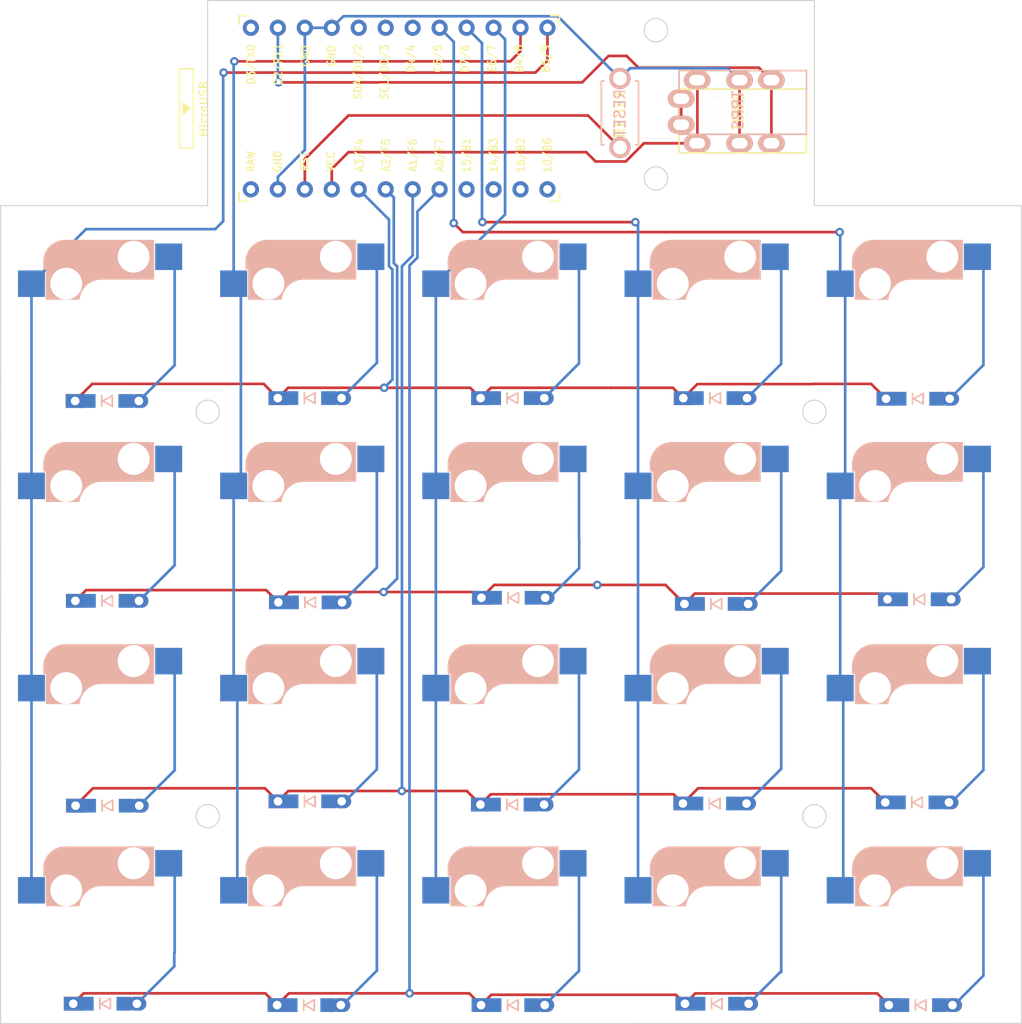
<source format=kicad_pcb>
(kicad_pcb (version 20221018) (generator pcbnew)
  (layers (0 "F.Cu" signal) (31 "B.Cu" signal) (34 "B.Paste" user) (35 "F.Paste" user) (36 "B.SilkS" user "B.Silkscreen") (37 "F.SilkS" user "F.Silkscreen") (38 "B.Mask" user) (39 "F.Mask" user) (44 "Edge.Cuts" user))
  (net 0 "")
  (net 1 "row0")
  (net 2 "Net-(D1-A)")
  (net 3 "Net-(D2-A)")
  (net 4 "Net-(D3-A)")
  (net 5 "Net-(D4-A)")
  (net 6 "Net-(D5-A)")
  (net 7 "row1")
  (net 8 "Net-(D6-A)")
  (net 9 "Net-(D7-A)")
  (net 10 "Net-(D8-A)")
  (net 11 "Net-(D9-A)")
  (net 12 "Net-(D10-A)")
  (net 13 "row2")
  (net 14 "Net-(D11-A)")
  (net 15 "row3")
  (net 16 "Net-(D12-A)")
  (net 17 "Net-(D13-A)")
  (net 18 "Net-(D14-A)")
  (net 19 "Net-(D15-A)")
  (net 20 "Net-(D16-A)")
  (net 21 "Net-(D17-A)")
  (net 22 "Net-(D18-A)")
  (net 23 "Net-(D19-A)")
  (net 24 "Net-(D20-A)")
  (net 25 "col0")
  (net 26 "col1")
  (net 27 "col2")
  (net 28 "col3")
  (net 29 "col4")
  (net 30 "reset")
  (net 31 "GND")
  (net 33 "data")
  (net 41 "VCC")
  (net 43 "unconnected-(J1-PadA)")
  (footprint "kbd:CherryMX_Hotswap" (layer "F.Cu") (at 76.2 38.1)
    (fp_text reference "SW15" hide)
    (fp_text value "SW_PUSH" hide)
  )
  (footprint "kbd:CherryMX_Hotswap" (layer "F.Cu") (at 0 0)
    (fp_text reference "SW1" hide)
    (fp_text value "SW_PUSH" hide)
  )
  (footprint "kbd:ProMicro_v3" (layer "F.Cu") (at 28.068 -19.0414 90)
    (fp_text reference "U1" hide)
    (fp_text value "ProMicro" hide)
  )
  (footprint "kbd:CherryMX_Hotswap" (layer "F.Cu") (at 57.15 38.1)
    (fp_text reference "SW14" hide)
    (fp_text value "SW_PUSH" hide)
  )
  (footprint "kbd:CherryMX_Hotswap" (layer "F.Cu") (at 19.05 0)
    (fp_text reference "SW2" hide)
    (fp_text value "SW_PUSH" hide)
  )
  (footprint "kbd:CherryMX_Hotswap" (layer "F.Cu") (at 19.05 57.15)
    (fp_text reference "SW17" hide)
    (fp_text value "SW_PUSH" hide)
  )
  (footprint "kbd:CherryMX_Hotswap" (layer "F.Cu") (at 76.2 0)
    (fp_text reference "SW5" hide)
    (fp_text value "SW_PUSH" hide)
  )
  (footprint "kbd:CherryMX_Hotswap" (layer "F.Cu") (at 19.05 19.05)
    (fp_text reference "SW7" hide)
    (fp_text value "SW_PUSH" hide)
  )
  (footprint "kbd:CherryMX_Hotswap" (layer "F.Cu") (at 76.2 57.15)
    (fp_text reference "SW20" hide)
    (fp_text value "SW_PUSH" hide)
  )
  (footprint "kbd:CherryMX_Hotswap" (layer "F.Cu") (at 38.1 19.05)
    (fp_text reference "SW8" hide)
    (fp_text value "SW_PUSH" hide)
  )
  (footprint "kbd:CherryMX_Hotswap" (layer "F.Cu") (at 76.2 19.05)
    (fp_text reference "SW10" hide)
    (fp_text value "SW_PUSH" hide)
  )
  (footprint "kbd:CherryMX_Hotswap" (layer "F.Cu") (at 38.1 0)
    (fp_text reference "SW3" hide)
    (fp_text value "SW_PUSH" hide)
  )
  (footprint "kbd:CherryMX_Hotswap" (layer "F.Cu") (at 0 57.15)
    (fp_text reference "SW16" hide)
    (fp_text value "SW_PUSH" hide)
  )
  (footprint "kbd:CherryMX_Hotswap" (layer "F.Cu") (at 38.1 57.15)
    (fp_text reference "SW18" hide)
    (fp_text value "SW_PUSH" hide)
  )
  (footprint "kbd:CherryMX_Hotswap" (layer "F.Cu") (at 19.05 38.1)
    (fp_text reference "SW12" hide)
    (fp_text value "SW_PUSH" hide)
  )
  (footprint "kbd:CherryMX_Hotswap" (layer "F.Cu") (at 57.15 19.05)
    (fp_text reference "SW9" hide)
    (fp_text value "SW_PUSH" hide)
  )
  (footprint "kbd:CherryMX_Hotswap" (layer "F.Cu") (at 0 38.1)
    (fp_text reference "SW11" hide)
    (fp_text value "SW_PUSH" hide)
  )
  (footprint "kbd:CherryMX_Hotswap" (layer "F.Cu") (at 0 19.05)
    (fp_text reference "SW6" hide)
    (fp_text value "SW_PUSH" hide)
  )
  (footprint "kbd:CherryMX_Hotswap" (layer "F.Cu") (at 57.15 0)
    (fp_text reference "SW4" hide)
    (fp_text value "SW_PUSH" hide)
  )
  (footprint "kbd:CherryMX_Hotswap" (layer "F.Cu") (at 38.1 38.1)
    (fp_text reference "SW13" hide)
    (fp_text value "SW_PUSH" hide)
  )
  (footprint "kbd:CherryMX_Hotswap" (layer "F.Cu") (at 57.15 57.15)
    (fp_text reference "SW19" hide)
    (fp_text value "SW_PUSH" hide)
  )
  (footprint "kbd:MJ-4PP-9" (layer "B.Cu") (at 65.93 -19.62 90)
    (fp_text reference "J1")
    (fp_text value "MJ-4PP-9" hide)
  )
  (footprint "kbd:D3_TH_SMD_v2" (layer "B.Cu") (at 76.36 46.3325)
    (fp_text reference "D15" hide)
    (fp_text value "D" hide)
  )
  (footprint "kbd:D3_TH_SMD_v2" (layer "B.Cu") (at 0.07 46.64)
    (fp_text reference "D11" hide)
    (fp_text value "D" hide)
  )
  (footprint "kbd:D3_TH_SMD_v2" (layer "B.Cu") (at 57.33 8.24)
    (fp_text reference "D4" hide)
    (fp_text value "D" hide)
  )
  (footprint "kbd:D3_TH_SMD_v2" (layer "B.Cu") (at 0.05 27.34)
    (fp_text reference "D6" hide)
    (fp_text value "D" hide)
  )
  (footprint "kbd:D3_TH_SMD_v2" (layer "B.Cu") (at 57.44 27.63)
    (fp_text reference "D9" hide)
    (fp_text value "D" hide)
  )
  (footprint "kbd:D3_TH_SMD_v2" (layer "B.Cu") (at 38.31 27.05)
    (fp_text reference "D8" hide)
    (fp_text value "D" hide)
  )
  (footprint "kbd:D3_TH_SMD_v2" (layer "B.Cu") (at 76.695 65.43)
    (fp_text reference "D20" hide)
    (fp_text value "D" hide)
  )
  (footprint "kbd:D3_TH_SMD_v2" (layer "B.Cu") (at 19.06125 65.43)
    (fp_text reference "D17" hide)
    (fp_text value "D" hide)
  )
  (footprint "kbd:D3_TH_SMD_v2" (layer "B.Cu") (at 19.1425 46.23)
    (fp_text reference "D12" hide)
    (fp_text value "D" hide)
  )
  (footprint "kbd:D3_TH_SMD_v2" (layer "B.Cu") (at 76.57 27.195)
    (fp_text reference "D10" hide)
    (fp_text value "D" hide)
  )
  (footprint "kbd:D3_TH_SMD_v2" (layer "B.Cu") (at 76.43 8.3)
    (fp_text reference "D5" hide)
    (fp_text value "D" hide)
  )
  (footprint "kbd:D3_TH_SMD_v2" (layer "B.Cu") (at 38.215 46.5375)
    (fp_text reference "D13" hide)
    (fp_text value "D" hide)
  )
  (footprint "kbd:D3_TH_SMD_v2" (layer "B.Cu") (at 0.03 8.51)
    (fp_text reference "D1" hide)
    (fp_text value "D" hide)
  )
  (footprint "kbd:D3_TH_SMD_v2" (layer "B.Cu") (at 57.2875 46.435)
    (fp_text reference "D14" hide)
    (fp_text value "D" hide)
  )
  (footprint "kbd:D3_TH_SMD_v2" (layer "B.Cu") (at 19.18 27.485)
    (fp_text reference "D7" hide)
    (fp_text value "D" hide)
  )
  (footprint "kbd:ResetSW" (layer "B.Cu") (at 48.36 -18.63 -90)
    (fp_text reference "SW21" hide)
    (fp_text value "SW_PUSH")
  )
  (footprint "kbd:D3_TH_SMD_v2" (layer "B.Cu") (at 38.23 8.24)
    (fp_text reference "D3" hide)
    (fp_text value "D" hide)
  )
  (footprint "kbd:D3_TH_SMD_v2" (layer "B.Cu") (at 57.48375 65.3)
    (fp_text reference "D19" hide)
    (fp_text value "D" hide)
  )
  (footprint "kbd:D3_TH_SMD_v2" (layer "B.Cu") (at 38.2725 65.43)
    (fp_text reference "D18" hide)
    (fp_text value "D" hide)
  )
  (footprint "kbd:D3_TH_SMD_v2" (layer "B.Cu") (at -0.15 65.3)
    (fp_text reference "D16" hide)
    (fp_text value "D" hide)
  )
  (footprint "kbd:D3_TH_SMD_v2" (layer "B.Cu") (at 19.13 8.24)
    (fp_text reference "D2" hide)
    (fp_text value "D" hide)
  )
  (gr_circle (center 51.75 -12.46) (end 50.65 -12.46) (stroke (width 0.1)) (fill none) (layer "Edge.Cuts"))
  (gr_circle (center 9.52 9.53) (end 10.62 9.53) (stroke (width 0.1)) (fill none) (layer "Edge.Cuts"))
  (gr_line (start 86.2 -9.89) (end 86.2 67.15) (stroke (width 0.1)) (layer "Edge.Cuts"))
  (gr_line (start 9.51 -29.22) (end 9.51 -9.89) (stroke (width 0.1)) (layer "Edge.Cuts"))
  (gr_circle (center 9.52 47.63) (end 10.62 47.63) (stroke (width 0.1)) (fill none) (layer "Edge.Cuts"))
  (gr_line (start 9.51 -29.22) (end 66.68 -29.22) (stroke (width 0.1)) (layer "Edge.Cuts"))
  (gr_circle (center 51.75 -26.42) (end 50.65 -26.42) (stroke (width 0.1)) (fill none) (layer "Edge.Cuts"))
  (gr_line (start 66.68 -9.89) (end 66.68 -29.22) (stroke (width 0.1)) (layer "Edge.Cuts"))
  (gr_line (start 9.51 -9.89) (end -9.99 -9.89) (stroke (width 0.1)) (layer "Edge.Cuts"))
  (gr_line (start 86.2 67.15) (end -10 67.17) (stroke (width 0.1)) (layer "Edge.Cuts"))
  (gr_circle (center 66.68 47.63) (end 67.78 47.63) (stroke (width 0.1)) (fill none) (layer "Edge.Cuts"))
  (gr_line (start 86.2 -9.89) (end 66.68 -9.89) (stroke (width 0.1)) (layer "Edge.Cuts"))
  (gr_circle (center 66.68 9.53) (end 67.78 9.53) (stroke (width 0.1)) (fill none) (layer "Edge.Cuts"))
  (gr_line (start -10 67.17) (end -9.99 -9.89) (stroke (width 0.1)) (layer "Edge.Cuts"))
  (segment (start 47.53 7.265) (end 53.355 7.265) (width 0.25) (layer "F.Cu") (net 1))
  (segment (start 14.787273 6.897273) (end 16.13 8.24) (width 0.25) (layer "F.Cu") (net 1))
  (segment (start 55.651968 6.918032) (end 66.35003 6.918032) (width 0.25) (layer "F.Cu") (net 1))
  (segment (start 36.205 7.265) (end 47.53 7.265) (width 0.25) (layer "F.Cu") (net 1))
  (segment (start 34.255 7.265) (end 35.23 8.24) (width 0.25) (layer "F.Cu") (net 1))
  (segment (start 66.35003 6.918032) (end 66.68 6.897273) (width 0.25) (layer "F.Cu") (net 1))
  (segment (start 53.355 7.265) (end 54.33 8.24) (width 0.25) (layer "F.Cu") (net 1))
  (segment (start 72.027273 6.897273) (end 73.43 8.3) (width 0.25) (layer "F.Cu") (net 1))
  (segment (start 54.33 8.24) (end 55.651968 6.918032) (width 0.25) (layer "F.Cu") (net 1))
  (segment (start -1.357273 6.897273) (end 14.787273 6.897273) (width 0.25) (layer "F.Cu") (net 1))
  (segment (start -2.97 8.51) (end -1.357273 6.897273) (width 0.25) (layer "F.Cu") (net 1))
  (segment (start 47.56 7.235) (end 47.53 7.265) (width 0.25) (layer "F.Cu") (net 1))
  (segment (start 17.105 7.265) (end 26.15 7.265) (width 0.25) (layer "F.Cu") (net 1))
  (segment (start 26.15 7.265) (end 34.255 7.265) (width 0.25) (layer "F.Cu") (net 1))
  (segment (start 66.68 6.897273) (end 72.027273 6.897273) (width 0.25) (layer "F.Cu") (net 1))
  (segment (start 35.23 8.24) (end 36.205 7.265) (width 0.25) (layer "F.Cu") (net 1))
  (segment (start 16.13 8.24) (end 17.105 7.265) (width 0.25) (layer "F.Cu") (net 1))
  (via (at 26.15 7.265) (size 0.8) (drill 0.4) (layers "F.Cu" "B.Cu") (net 1))
  (segment (start 26.92 6.495) (end 26.92 -3.871999) (width 0.25) (layer "B.Cu") (net 1))
  (segment (start 26.601999 -4.19) (end 26.601999 -8.580801) (width 0.25) (layer "B.Cu") (net 1))
  (segment (start 26.92 -3.871999) (end 26.601999 -4.19) (width 0.25) (layer "B.Cu") (net 1))
  (segment (start 26.15 7.265) (end 26.92 6.495) (width 0.25) (layer "B.Cu") (net 1))
  (segment (start 26.601999 -8.580801) (end 23.75 -11.4328) (width 0.25) (layer "B.Cu") (net 1))
  (segment (start 5.842 -5.08) (end 6.405 -4.517) (width 0.25) (layer "B.Cu") (net 2))
  (segment (start 6.405 -4.517) (end 6.405 5.135) (width 0.25) (layer "B.Cu") (net 2))
  (segment (start 6.405 5.135) (end 3.03 8.51) (width 0.25) (layer "B.Cu") (net 2))
  (segment (start 25.455 4.915) (end 22.13 8.24) (width 0.25) (layer "B.Cu") (net 3))
  (segment (start 24.892 -5.08) (end 25.455 -4.517) (width 0.25) (layer "B.Cu") (net 3))
  (segment (start 25.455 -4.517) (end 25.455 4.915) (width 0.25) (layer "B.Cu") (net 3))
  (segment (start 43.942 -5.08) (end 44.505 -4.517) (width 0.25) (layer "B.Cu") (net 4))
  (segment (start 44.505 -4.517) (end 44.505 4.965) (width 0.25) (layer "B.Cu") (net 4))
  (segment (start 44.505 4.965) (end 41.23 8.24) (width 0.25) (layer "B.Cu") (net 4))
  (segment (start 63.555 5.015) (end 60.33 8.24) (width 0.25) (layer "B.Cu") (net 5))
  (segment (start 63.555 -4.517) (end 63.555 5.015) (width 0.25) (layer "B.Cu") (net 5))
  (segment (start 62.992 -5.08) (end 63.555 -4.517) (width 0.25) (layer "B.Cu") (net 5))
  (segment (start 82.042 -5.08) (end 82.605 -4.517) (width 0.25) (layer "B.Cu") (net 6))
  (segment (start 82.605 -4.517) (end 82.605 5.125) (width 0.25) (layer "B.Cu") (net 6))
  (segment (start 82.605 5.125) (end 79.43 8.3) (width 0.25) (layer "B.Cu") (net 6))
  (segment (start 54.44 27.63) (end 52.65 25.84) (width 0.25) (layer "F.Cu") (net 7))
  (segment (start 16.18 27.485) (end 15.025 26.33) (width 0.25) (layer "F.Cu") (net 7))
  (segment (start 46.22 25.84) (end 36.52 25.84) (width 0.25) (layer "F.Cu") (net 7))
  (segment (start 35.31 27.05) (end 34.77 26.51) (width 0.25) (layer "F.Cu") (net 7))
  (segment (start 36.52 25.84) (end 35.31 27.05) (width 0.25) (layer "F.Cu") (net 7))
  (segment (start 26.1 26.51) (end 17.155 26.51) (width 0.25) (layer "F.Cu") (net 7))
  (segment (start 55.415 26.655) (end 54.44 27.63) (width 0.25) (layer "F.Cu") (net 7))
  (segment (start 52.65 25.84) (end 46.22 25.84) (width 0.25) (layer "F.Cu") (net 7))
  (segment (start 34.77 26.51) (end 26.1 26.51) (width 0.25) (layer "F.Cu") (net 7))
  (segment (start 73.03 26.655) (end 55.415 26.655) (width 0.25) (layer "F.Cu") (net 7))
  (segment (start 15.025 26.33) (end -1.94 26.33) (width 0.25) (layer "F.Cu") (net 7))
  (segment (start -1.94 26.33) (end -2.95 27.34) (width 0.25) (layer "F.Cu") (net 7))
  (segment (start 73.57 27.195) (end 73.03 26.655) (width 0.25) (layer "F.Cu") (net 7))
  (segment (start 17.155 26.51) (end 16.18 27.485) (width 0.25) (layer "F.Cu") (net 7))
  (via (at 26.1 26.51) (size 0.8) (drill 0.4) (layers "F.Cu" "B.Cu") (net 7))
  (via (at 46.22 25.84) (size 0.8) (drill 0.4) (layers "F.Cu" "B.Cu") (net 7))
  (segment (start 27.37 25.24) (end 27.37 -4.161999) (width 0.25) (layer "B.Cu") (net 7))
  (segment (start 27.051999 -10.670801) (end 26.29 -11.4328) (width 0.25) (layer "B.Cu") (net 7))
  (segment (start 26.1 26.51) (end 27.37 25.24) (width 0.25) (layer "B.Cu") (net 7))
  (segment (start 27.051999 -4.48) (end 27.051999 -10.670801) (width 0.25) (layer "B.Cu") (net 7))
  (segment (start 27.37 -4.161999) (end 27.051999 -4.48) (width 0.25) (layer "B.Cu") (net 7))
  (segment (start 6.405 14.533) (end 6.405 23.985) (width 0.25) (layer "B.Cu") (net 8))
  (segment (start 6.405 23.985) (end 3.05 27.34) (width 0.25) (layer "B.Cu") (net 8))
  (segment (start 5.842 13.97) (end 6.405 14.533) (width 0.25) (layer "B.Cu") (net 8))
  (segment (start 22.18 27.485) (end 25.455 24.21) (width 0.25) (layer "B.Cu") (net 9))
  (segment (start 25.455 14.533) (end 24.892 13.97) (width 0.25) (layer "B.Cu") (net 9))
  (segment (start 25.455 24.21) (end 25.455 14.533) (width 0.25) (layer "B.Cu") (net 9))
  (segment (start 44.52 21.59) (end 44.52 24.26) (width 0.25) (layer "B.Cu") (net 10))
  (segment (start 44.505 21.575) (end 44.52 21.59) (width 0.25) (layer "B.Cu") (net 10))
  (segment (start 44.505 14.533) (end 44.505 21.575) (width 0.25) (layer "B.Cu") (net 10))
  (segment (start 41.73 27.05) (end 41.31 27.05) (width 0.25) (layer "B.Cu") (net 10))
  (segment (start 43.942 13.97) (end 44.505 14.533) (width 0.25) (layer "B.Cu") (net 10))
  (segment (start 44.52 24.26) (end 41.73 27.05) (width 0.25) (layer "B.Cu") (net 10))
  (segment (start 63.555 24.515) (end 60.44 27.63) (width 0.25) (layer "B.Cu") (net 11))
  (segment (start 62.992 13.97) (end 63.555 14.533) (width 0.25) (layer "B.Cu") (net 11))
  (segment (start 63.555 14.533) (end 63.555 24.515) (width 0.25) (layer "B.Cu") (net 11))
  (segment (start 82.605 14.533) (end 82.605 24.16) (width 0.25) (layer "B.Cu") (net 12))
  (segment (start 82.042 13.97) (end 82.605 14.533) (width 0.25) (layer "B.Cu") (net 12))
  (segment (start 82.605 24.16) (end 79.57 27.195) (width 0.25) (layer "B.Cu") (net 12))
  (segment (start 35.215 46.5375) (end 36.19 45.5625) (width 0.25) (layer "F.Cu") (net 13))
  (segment (start 27.81 45.255) (end 28.98 45.255) (width 0.25) (layer "F.Cu") (net 13))
  (segment (start 55.725227 44.997273) (end 72.024773 44.997273) (width 0.25) (layer "F.Cu") (net 13))
  (segment (start 54.2875 46.435) (end 55.725227 44.997273) (width 0.25) (layer "F.Cu") (net 13))
  (segment (start 33.9325 45.255) (end 35.215 46.5375) (width 0.25) (layer "F.Cu") (net 13))
  (segment (start 72.024773 44.997273) (end 73.36 46.3325) (width 0.25) (layer "F.Cu") (net 13))
  (segment (start 17.1175 45.255) (end 27.81 45.255) (width 0.25) (layer "F.Cu") (net 13))
  (segment (start 28.98 45.255) (end 33.9325 45.255) (width 0.25) (layer "F.Cu") (net 13))
  (segment (start 53.415 45.5625) (end 54.2875 46.435) (width 0.25) (layer "F.Cu") (net 13))
  (segment (start -1.287273 44.997273) (end 14.909773 44.997273) (width 0.25) (layer "F.Cu") (net 13))
  (segment (start 36.19 45.5625) (end 53.415 45.5625) (width 0.25) (layer "F.Cu") (net 13))
  (segment (start -2.93 46.64) (end -1.287273 44.997273) (width 0.25) (layer "F.Cu") (net 13))
  (segment (start 16.1425 46.23) (end 17.1175 45.255) (width 0.25) (layer "F.Cu") (net 13))
  (segment (start 14.909773 44.997273) (end 16.1425 46.23) (width 0.25) (layer "F.Cu") (net 13))
  (via (at 27.81 45.255) (size 0.8) (drill 0.4) (layers "F.Cu" "B.Cu") (net 13))
  (segment (start 28.83 -11.4328) (end 28.83 -5.19) (width 0.25) (layer "B.Cu") (net 13))
  (segment (start 28.97 -11.2928) (end 28.83 -11.4328) (width 0.25) (layer "B.Cu") (net 13))
  (segment (start 27.82 -4.18) (end 27.82 45.245) (width 0.25) (layer "B.Cu") (net 13))
  (segment (start 27.82 45.245) (end 27.81 45.255) (width 0.25) (layer "B.Cu") (net 13))
  (segment (start 28.83 -5.19) (end 27.82 -4.18) (width 0.25) (layer "B.Cu") (net 13))
  (segment (start 6.405 43.305) (end 6.405 33.583) (width 0.25) (layer "B.Cu") (net 14))
  (segment (start 6.405 33.583) (end 5.842 33.02) (width 0.25) (layer "B.Cu") (net 14))
  (segment (start 3.07 46.64) (end 6.405 43.305) (width 0.25) (layer "B.Cu") (net 14))
  (segment (start 34.1625 64.32) (end 28.54 64.32) (width 0.25) (layer "F.Cu") (net 15))
  (segment (start 27.81 64.32) (end 17.17125 64.32) (width 0.25) (layer "F.Cu") (net 15))
  (segment (start 54.48375 65.3) (end 55.45875 64.325) (width 0.25) (layer "F.Cu") (net 15))
  (segment (start 72.59 64.325) (end 73.695 65.43) (width 0.25) (layer "F.Cu") (net 15))
  (segment (start 55.45875 64.325) (end 72.59 64.325) (width 0.25) (layer "F.Cu") (net 15))
  (segment (start 36.2475 64.455) (end 35.2725 65.43) (width 0.25) (layer "F.Cu") (net 15))
  (segment (start 16.06125 65.43) (end 14.95125 64.32) (width 0.25) (layer "F.Cu") (net 15))
  (segment (start 28.54 64.32) (end 27.81 64.32) (width 0.25) (layer "F.Cu") (net 15))
  (segment (start 35.2725 65.43) (end 34.1625 64.32) (width 0.25) (layer "F.Cu") (net 15))
  (segment (start 54.48375 65.3) (end 53.63875 64.455) (width 0.25) (layer "F.Cu") (net 15))
  (segment (start 53.63875 64.455) (end 36.2475 64.455) (width 0.25) (layer "F.Cu") (net 15))
  (segment (start 17.17125 64.32) (end 16.06125 65.43) (width 0.25) (layer "F.Cu") (net 15))
  (segment (start -2.17 64.32) (end -3.15 65.3) (width 0.25) (layer "F.Cu") (net 15))
  (segment (start 14.95125 64.32) (end -2.17 64.32) (width 0.25) (layer "F.Cu") (net 15))
  (via (at 28.54 64.32) (size 0.8) (drill 0.4) (layers "F.Cu" "B.Cu") (net 15))
  (segment (start 29.28 -5.003604) (end 29.28 -9.3428) (width 0.25) (layer "B.Cu") (net 15))
  (segment (start 28.535 64.315) (end 28.535 -4.258604) (width 0.25) (layer "B.Cu") (net 15))
  (segment (start 28.54 64.32) (end 28.535 64.315) (width 0.25) (layer "B.Cu") (net 15))
  (segment (start 29.28 -9.3428) (end 31.37 -11.4328) (width 0.25) (layer "B.Cu") (net 15))
  (segment (start 28.535 -4.258604) (end 29.28 -5.003604) (width 0.25) (layer "B.Cu") (net 15))
  (segment (start 22.45 46.23) (end 22.1425 46.23) (width 0.25) (layer "B.Cu") (net 16))
  (segment (start 24.892 33.02) (end 25.455 33.583) (width 0.25) (layer "B.Cu") (net 16))
  (segment (start 25.455 43.225) (end 22.45 46.23) (width 0.25) (layer "B.Cu") (net 16))
  (segment (start 25.455 33.583) (end 25.455 43.225) (width 0.25) (layer "B.Cu") (net 16))
  (segment (start 44.505 43.2475) (end 41.215 46.5375) (width 0.25) (layer "B.Cu") (net 17))
  (segment (start 44.505 33.583) (end 44.505 43.2475) (width 0.25) (layer "B.Cu") (net 17))
  (segment (start 43.942 33.02) (end 44.505 33.583) (width 0.25) (layer "B.Cu") (net 17))
  (segment (start 63.555 33.583) (end 63.555 43.1675) (width 0.25) (layer "B.Cu") (net 18))
  (segment (start 62.992 33.02) (end 63.555 33.583) (width 0.25) (layer "B.Cu") (net 18))
  (segment (start 63.555 43.1675) (end 60.2875 46.435) (width 0.25) (layer "B.Cu") (net 18))
  (segment (start 79.5675 46.3325) (end 79.36 46.3325) (width 0.25) (layer "B.Cu") (net 19))
  (segment (start 82.042 33.02) (end 82.605 33.583) (width 0.25) (layer "B.Cu") (net 19))
  (segment (start 82.605 33.583) (end 82.605 43.295) (width 0.25) (layer "B.Cu") (net 19))
  (segment (start 82.605 43.295) (end 79.5675 46.3325) (width 0.25) (layer "B.Cu") (net 19))
  (segment (start 6.37 61.78) (end 6.37 60.52) (width 0.25) (layer "B.Cu") (net 20))
  (segment (start 2.85 65.3) (end 6.37 61.78) (width 0.25) (layer "B.Cu") (net 20))
  (segment (start 6.37 60.52) (end 6.405 60.485) (width 0.25) (layer "B.Cu") (net 20))
  (segment (start 6.405 52.633) (end 5.842 52.07) (width 0.25) (layer "B.Cu") (net 20))
  (segment (start 6.405 60.485) (end 6.405 52.633) (width 0.25) (layer "B.Cu") (net 20))
  (segment (start 25.455 62.185) (end 22.21 65.43) (width 0.25) (layer "B.Cu") (net 21))
  (segment (start 24.892 52.07) (end 25.455 52.633) (width 0.25) (layer "B.Cu") (net 21))
  (segment (start 22.21 65.43) (end 22.06125 65.43) (width 0.25) (layer "B.Cu") (net 21))
  (segment (start 25.455 52.633) (end 25.455 62.185) (width 0.25) (layer "B.Cu") (net 21))
  (segment (start 44.505 62.1975) (end 44.505 52.633) (width 0.25) (layer "B.Cu") (net 22))
  (segment (start 44.505 52.633) (end 43.942 52.07) (width 0.25) (layer "B.Cu") (net 22))
  (segment (start 41.2725 65.43) (end 44.505 62.1975) (width 0.25) (layer "B.Cu") (net 22))
  (segment (start 63.555 52.633) (end 63.555 62.315) (width 0.25) (layer "B.Cu") (net 23))
  (segment (start 62.992 52.07) (end 63.555 52.633) (width 0.25) (layer "B.Cu") (net 23))
  (segment (start 63.555 62.315) (end 63.46875 62.315) (width 0.25) (layer "B.Cu") (net 23))
  (segment (start 63.46875 62.315) (end 60.48375 65.3) (width 0.25) (layer "B.Cu") (net 23))
  (segment (start 82.605 52.633) (end 82.605 62.655) (width 0.25) (layer "B.Cu") (net 24))
  (segment (start 82.042 52.07) (end 82.605 52.633) (width 0.25) (layer "B.Cu") (net 24))
  (segment (start 82.605 62.655) (end 79.83 65.43) (width 0.25) (layer "B.Cu") (net 24))
  (segment (start 79.83 65.43) (end 79.695 65.43) (width 0.25) (layer "B.Cu") (net 24))
  (segment (start 40.39 -22.43) (end 41.53 -23.57) (width 0.25) (layer "F.Cu") (net 25))
  (segment (start 41.53 -23.57) (end 41.53 -26.6528) (width 0.25) (layer "F.Cu") (net 25))
  (segment (start 11.02 -22.43) (end 40.39 -22.43) (width 0.25) (layer "F.Cu") (net 25))
  (via (at 11.02 -22.43) (size 0.8) (drill 0.4) (layers "F.Cu" "B.Cu") (net 25))
  (segment (start 10.23 -7.68) (end -1.945 -7.68) (width 0.25) (layer "B.Cu") (net 25))
  (segment (start 10.98 -8.43) (end 10.98 -22.39) (width 0.25) (layer "B.Cu") (net 25))
  (segment (start -1.945 -7.68) (end -7.085 -2.54) (width 0.25) (layer "B.Cu") (net 25))
  (segment (start 10.98 -22.39) (end 11.02 -22.43) (width 0.25) (layer "B.Cu") (net 25))
  (segment (start 10.98 -8.43) (end 10.23 -7.68) (width 0.25) (layer "B.Cu") (net 25))
  (segment (start -7.085 35.56) (end -7.085 54.61) (width 0.25) (layer "B.Cu") (net 25))
  (segment (start -7.085 16.51) (end -7.085 35.56) (width 0.25) (layer "B.Cu") (net 25))
  (segment (start -7.085 -2.54) (end -7.085 16.51) (width 0.25) (layer "B.Cu") (net 25))
  (segment (start 38.99 -24.45) (end 38.99 -26.6528) (width 0.25) (layer "F.Cu") (net 26))
  (segment (start 38.03 -23.49) (end 38.99 -24.45) (width 0.25) (layer "F.Cu") (net 26))
  (segment (start 12.03 -23.49) (end 38.03 -23.49) (width 0.25) (layer "F.Cu") (net 26))
  (via (at 12.03 -23.49) (size 0.8) (drill 0.4) (layers "F.Cu" "B.Cu") (net 26))
  (segment (start 12.645 15.83) (end 12.645 -1.86) (width 0.25) (layer "B.Cu") (net 26))
  (segment (start 12.31 35.905) (end 11.965 35.56) (width 0.25) (layer "B.Cu") (net 26))
  (segment (start 11.965 54.61) (end 12.31 54.265) (width 0.25) (layer "B.Cu") (net 26))
  (segment (start 11.965 35.56) (end 11.965 16.51) (width 0.25) (layer "B.Cu") (net 26))
  (segment (start 12.31 54.265) (end 12.31 35.905) (width 0.25) (layer "B.Cu") (net 26))
  (segment (start 11.965 -2.54) (end 11.965 -23.425) (width 0.25) (layer "B.Cu") (net 26))
  (segment (start 12.645 -1.86) (end 11.965 -2.54) (width 0.25) (layer "B.Cu") (net 26))
  (segment (start 11.965 16.51) (end 12.645 15.83) (width 0.25) (layer "B.Cu") (net 26))
  (segment (start 11.965 -23.425) (end 12.03 -23.49) (width 0.25) (layer "B.Cu") (net 26))
  (segment (start 31.015 16.51) (end 31.015 35.56) (width 0.25) (layer "B.Cu") (net 27))
  (segment (start 31.015 -2.54) (end 31.015 16.51) (width 0.25) (layer "B.Cu") (net 27))
  (segment (start 31.015 54.61) (end 31.015 35.56) (width 0.25) (layer "B.Cu") (net 27))
  (segment (start 37.537 -9.062) (end 37.537 -25.5658) (width 0.25) (layer "B.Cu") (net 27))
  (segment (start 31.015 -2.705) (end 31.015 -2.54) (width 0.25) (layer "B.Cu") (net 27))
  (segment (start 37.537 -25.5658) (end 36.45 -26.6528) (width 0.25) (layer "B.Cu") (net 27))
  (segment (start 31.015 -2.54) (end 37.537 -9.062) (width 0.25) (layer "B.Cu") (net 27))
  (segment (start 35.4 -8.34) (end 49.81 -8.34) (width 0.25) (layer "F.Cu") (net 28))
  (via (at 35.4 -8.34) (size 0.8) (drill 0.4) (layers "F.Cu" "B.Cu") (net 28))
  (via (at 49.81 -8.34) (size 0.8) (drill 0.4) (layers "F.Cu" "B.Cu") (net 28))
  (segment (start 35.363 -25.1998) (end 35.363 -8.377) (width 0.25) (layer "B.Cu") (net 28))
  (segment (start 50.065 35.56) (end 50.065 16.51) (width 0.25) (layer "B.Cu") (net 28))
  (segment (start 50.065 54.61) (end 50.065 35.56) (width 0.25) (layer "B.Cu") (net 28))
  (segment (start 50.065 -8.085) (end 50.065 -2.54) (width 0.25) (layer "B.Cu") (net 28))
  (segment (start 35.363 -8.377) (end 35.4 -8.34) (width 0.25) (layer "B.Cu") (net 28))
  (segment (start 33.91 -26.6528) (end 35.363 -25.1998) (width 0.25) (layer "B.Cu") (net 28))
  (segment (start 49.81 -8.34) (end 50.065 -8.085) (width 0.25) (layer "B.Cu") (net 28))
  (segment (start 50.065 16.51) (end 50.065 -2.54) (width 0.25) (layer "B.Cu") (net 28))
  (segment (start 33.55 -7.4) (end 32.7 -8.25) (width 0.25) (layer "F.Cu") (net 29))
  (segment (start 69.06 -7.4) (end 33.55 -7.4) (width 0.25) (layer "F.Cu") (net 29))
  (via (at 69.06 -7.4) (size 0.8) (drill 0.4) (layers "F.Cu" "B.Cu") (net 29))
  (via (at 32.7 -8.25) (size 0.8) (drill 0.4) (layers "F.Cu" "B.Cu") (net 29))
  (segment (start 69.115 35.56) (end 69.4 35.845) (width 0.25) (layer "B.Cu") (net 29))
  (segment (start 32.7 -25.3228) (end 31.37 -26.6528) (width 0.25) (layer "B.Cu") (net 29))
  (segment (start 69.115 -7.345) (end 69.06 -7.4) (width 0.25) (layer "B.Cu") (net 29))
  (segment (start 69.58 16.045) (end 69.115 16.51) (width 0.25) (layer "B.Cu") (net 29))
  (segment (start 69.4 35.845) (end 69.4 54.325) (width 0.25) (layer "B.Cu") (net 29))
  (segment (start 69.115 -2.54) (end 69.115 -7.345) (width 0.25) (layer "B.Cu") (net 29))
  (segment (start 69.115 16.51) (end 69.115 35.56) (width 0.25) (layer "B.Cu") (net 29))
  (segment (start 32.7 -8.25) (end 32.7 -25.3228) (width 0.25) (layer "B.Cu") (net 29))
  (segment (start 69.115 -2.54) (end 69.58 -2.075) (width 0.25) (layer "B.Cu") (net 29))
  (segment (start 69.4 54.325) (end 69.115 54.61) (width 0.25) (layer "B.Cu") (net 29))
  (segment (start 69.58 -2.075) (end 69.58 16.045) (width 0.25) (layer "B.Cu") (net 29))
  (segment (start 18.67 -11.4328) (end 18.67 -14.28) (width 0.25) (layer "F.Cu") (net 30))
  (segment (start 45.35 -18.39) (end 48.36 -15.38) (width 0.25) (layer "F.Cu") (net 30))
  (segment (start 18.67 -14.28) (end 22.78 -18.39) (width 0.25) (layer "F.Cu") (net 30))
  (segment (start 22.78 -18.39) (end 45.35 -18.39) (width 0.25) (layer "F.Cu") (net 30))
  (segment (start 59.63 -21.72) (end 59.63 -15.77) (width 0.25) (layer "F.Cu") (net 31))
  (segment (start 18.67 -26.6528) (end 21.21 -26.6528) (width 0.25) (layer "B.Cu") (net 31))
  (segment (start 59.63 -21.72) (end 58.505 -22.845) (width 0.25) (layer "B.Cu") (net 31))
  (segment (start 18.67 -15.15) (end 16.13 -12.61) (width 0.25) (layer "B.Cu") (net 31))
  (segment (start 18.67 -26.6528) (end 18.67 -15.15) (width 0.25) (layer "B.Cu") (net 31))
  (segment (start 42.5002 -27.7398) (end 22.297 -27.7398) (width 0.25) (layer "B.Cu") (net 31))
  (segment (start 22.297 -27.7398) (end 21.21 -26.6528) (width 0.25) (layer "B.Cu") (net 31))
  (segment (start 48.36 -21.88) (end 42.5002 -27.7398) (width 0.25) (layer "B.Cu") (net 31))
  (segment (start 49.325 -22.845) (end 48.36 -21.88) (width 0.25) (layer "B.Cu") (net 31))
  (segment (start 16.13 -12.61) (end 16.13 -11.4328) (width 0.25) (layer "B.Cu") (net 31))
  (segment (start 58.505 -22.845) (end 49.325 -22.845) (width 0.25) (layer "B.Cu") (net 31))
  (segment (start 44.8 -21.51) (end 47.29 -24) (width 0.25) (layer "F.Cu") (net 33))
  (segment (start 48.99 -24) (end 50.095 -22.895) (width 0.25) (layer "F.Cu") (net 33))
  (segment (start 62.63 -21.72) (end 62.63 -15.77) (width 0.25) (layer "F.Cu") (net 33))
  (segment (start 47.29 -24) (end 48.99 -24) (width 0.25) (layer "F.Cu") (net 33))
  (segment (start 62.63 -21.72) (end 61.455 -22.895) (width 0.25) (layer "F.Cu") (net 33))
  (segment (start 16.19 -21.51) (end 44.8 -21.51) (width 0.25) (layer "F.Cu") (net 33))
  (segment (start 61.455 -22.895) (end 50.095 -22.895) (width 0.25) (layer "F.Cu") (net 33))
  (via (at 16.19 -21.51) (size 0.8) (drill 0.4) (layers "F.Cu" "B.Cu") (net 33))
  (segment (start 16.13 -21.57) (end 16.19 -21.51) (width 0.25) (layer "B.Cu") (net 33))
  (segment (start 16.13 -26.6528) (end 16.13 -21.57) (width 0.25) (layer "B.Cu") (net 33))
  (segment (start 55.655 -21.695) (end 55.655 -15.795) (width 0.25) (layer "F.Cu") (net 41))
  (segment (start 22.78 -14.93) (end 21.21 -13.36) (width 0.25) (layer "F.Cu") (net 41))
  (segment (start 50.623833 -15.77) (end 48.908833 -14.055) (width 0.25) (layer "F.Cu") (net 41))
  (segment (start 46.065 -14.055) (end 45.19 -14.93) (width 0.25) (layer "F.Cu") (net 41))
  (segment (start 45.19 -14.93) (end 22.78 -14.93) (width 0.25) (layer "F.Cu") (net 41))
  (segment (start 55.655 -15.795) (end 55.63 -15.77) (width 0.25) (layer "F.Cu") (net 41))
  (segment (start 55.63 -15.77) (end 50.623833 -15.77) (width 0.25) (layer "F.Cu") (net 41))
  (segment (start 55.63 -21.72) (end 55.655 -21.695) (width 0.25) (layer "F.Cu") (net 41))
  (segment (start 21.21 -13.36) (end 21.21 -11.4328) (width 0.25) (layer "F.Cu") (net 41))
  (segment (start 48.908833 -14.055) (end 46.065 -14.055) (width 0.25) (layer "F.Cu") (net 41))
  (segment (start 54.13 -19.97) (end 54.13 -17.52) (width 0.25) (layer "F.Cu") (net 43))
)
</source>
